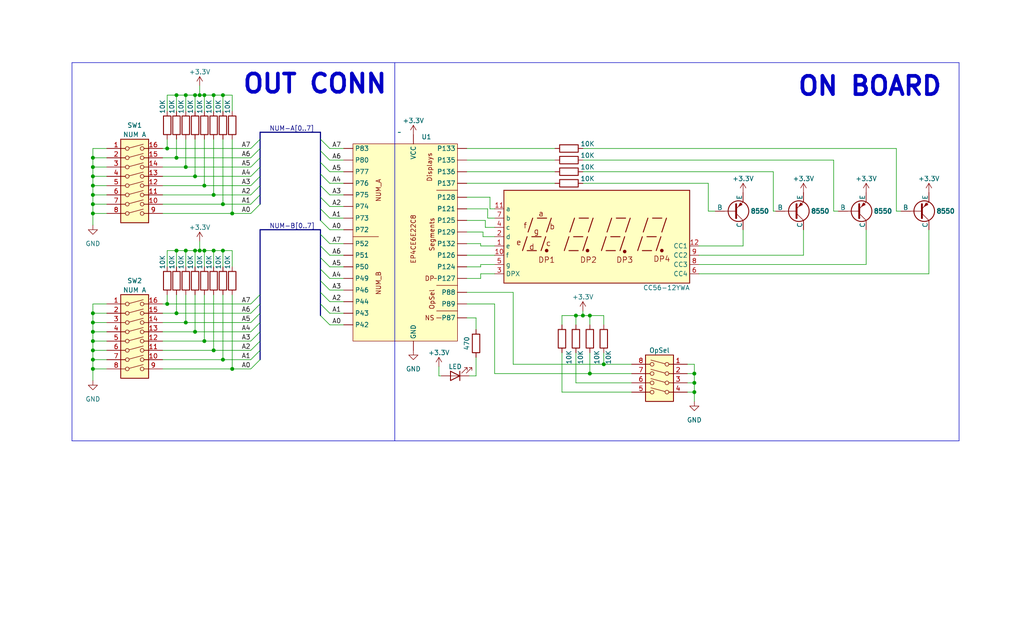
<source format=kicad_sch>
(kicad_sch (version 20230121) (generator eeschema)
  (paper "User" 280.01 170.002)
  (title_block (title "Connection PR2") (date "2023-10-14") (rev "A1") (company "ITM") (comment 1 "Pedro Rojo") (comment 2 "Andrea Hernández"))
  (lib_symbols
    (symbol "Device:LED" (pin_numbers hide) (pin_names (offset 1.016) hide)
      (property "Reference" "D" (at 0 2.54 0))
      (property "Value" "LED" (at 0 -2.54 0))
      (symbol "LED_0_1"
        (polyline (pts (xy -1.27 -1.27) (xy -1.27 1.27)) (stroke (width 0.254)))
        (polyline (pts (xy -1.27 0) (xy 1.27 0)))
        (polyline (pts (xy 1.27 -1.27) (xy 1.27 1.27) (xy -1.27 0) (xy 1.27 -1.27)) (stroke (width 0.254)))
        (polyline (pts (xy -3.048 -0.762) (xy -4.572 -2.286) (xy -3.81 -2.286) (xy -4.572 -2.286) (xy -4.572 -1.524)))
        (polyline (pts (xy -1.778 -0.762) (xy -3.302 -2.286) (xy -2.54 -2.286) (xy -3.302 -2.286) (xy -3.302 -1.524)))
      )
      (symbol "LED_1_1"
        (pin passive line (at -3.81 0 0) (length 2.54) (name "K") (number "1"))
        (pin passive line (at 3.81 0 180) (length 2.54) (name "A") (number "2"))
      )
    )
    (symbol "Device:R" (pin_numbers hide) (pin_names (offset 0))
      (property "Reference" "R" (at 2.032 0 90))
      (property "Value" "R" (at 0 0 90))
      (symbol "R_0_1"
        (rectangle (start -1.016 -2.54) (end 1.016 2.54) (stroke (width 0.254)))
      )
      (symbol "R_1_1"
        (pin passive line (at 0 3.81 270) (length 1.27) (name "~") (number "1"))
        (pin passive line (at 0 -3.81 90) (length 1.27) (name "~") (number "2"))
      )
    )
    (symbol "Display_Character:CC56-12YWA"
      (property "Reference" "U" (at -24.13 13.97 0))
      (property "Value" "CC56-12YWA" (at 17.78 13.97 0))
      (symbol "CC56-12YWA_0_0"
        (rectangle (start -25.4 12.7) (end 25.4 -12.7) (stroke (width 0.254)) (fill (type background)))
        (polyline (pts (xy -20.32 -3.81) (xy -19.05 0)) (stroke (width 0.254)))
        (polyline (pts (xy -19.05 -3.81) (xy -16.51 -3.81)) (stroke (width 0.254)))
        (polyline (pts (xy -18.796 1.27) (xy -17.526 5.08)) (stroke (width 0.254)))
        (polyline (pts (xy -17.78 0) (xy -15.24 0)) (stroke (width 0.254)))
        (polyline (pts (xy -16.256 5.08) (xy -13.716 5.08)) (stroke (width 0.254)))
        (polyline (pts (xy -15.24 -3.81) (xy -13.97 0)) (stroke (width 0.254)))
        (polyline (pts (xy -13.716 1.27) (xy -12.446 5.08)) (stroke (width 0.254)))
        (polyline (pts (xy -8.89 -3.81) (xy -7.62 0)) (stroke (width 0.254)))
        (polyline (pts (xy -7.62 -3.81) (xy -5.08 -3.81)) (stroke (width 0.254)))
        (polyline (pts (xy -7.366 1.27) (xy -6.096 5.08)) (stroke (width 0.254)))
        (polyline (pts (xy -6.35 0) (xy -3.81 0)) (stroke (width 0.254)))
        (polyline (pts (xy -4.826 5.08) (xy -2.286 5.08)) (stroke (width 0.254)))
        (polyline (pts (xy -3.81 -3.81) (xy -2.54 0)) (stroke (width 0.254)))
        (polyline (pts (xy -2.286 1.27) (xy -1.016 5.08)) (stroke (width 0.254)))
        (polyline (pts (xy 1.27 -3.81) (xy 2.54 0)) (stroke (width 0.254)))
        (polyline (pts (xy 2.54 -3.81) (xy 5.08 -3.81)) (stroke (width 0.254)))
        (polyline (pts (xy 2.794 1.27) (xy 4.064 5.08)) (stroke (width 0.254)))
        (polyline (pts (xy 3.81 0) (xy 6.35 0)) (stroke (width 0.254)))
        (polyline (pts (xy 5.334 5.08) (xy 7.874 5.08)) (stroke (width 0.254)))
        (polyline (pts (xy 6.35 -3.81) (xy 7.62 0)) (stroke (width 0.254)))
        (polyline (pts (xy 7.874 1.27) (xy 9.144 5.08)) (stroke (width 0.254)))
        (polyline (pts (xy 11.176 -3.81) (xy 12.446 0)) (stroke (width 0.254)))
        (polyline (pts (xy 12.446 -3.81) (xy 14.986 -3.81)) (stroke (width 0.254)))
        (polyline (pts (xy 12.7 1.27) (xy 13.97 5.08)) (stroke (width 0.254)))
        (polyline (pts (xy 13.716 0) (xy 16.256 0)) (stroke (width 0.254)))
        (polyline (pts (xy 15.24 5.08) (xy 17.78 5.08)) (stroke (width 0.254)))
        (polyline (pts (xy 16.256 -3.81) (xy 17.526 0)) (stroke (width 0.254)))
        (polyline (pts (xy 17.78 1.27) (xy 19.05 5.08)) (stroke (width 0.254)))
        (text "a" (at -15.24 6.35 0) (effects (font (size 1.524 1.524))))
        (text "b" (at -12.192 2.794 0) (effects (font (size 1.524 1.524))))
        (text "c" (at -13.208 -1.778 0) (effects (font (size 1.524 1.524))))
        (text "d" (at -17.78 -2.794 0) (effects (font (size 1.524 1.524))))
        (text "DP1" (at -13.716 -6.35 0) (effects (font (size 1.524 1.524))))
        (text "DP2" (at -2.286 -6.35 0) (effects (font (size 1.524 1.524))))
        (text "DP3" (at 7.62 -6.35 0) (effects (font (size 1.524 1.524))))
        (text "DP4" (at 17.78 -6.096 0) (effects (font (size 1.524 1.524))))
        (text "e" (at -21.336 -1.524 0) (effects (font (size 1.524 1.524))))
        (text "f" (at -19.558 3.048 0) (effects (font (size 1.524 1.524))))
        (text "g" (at -16.51 1.524 0) (effects (font (size 1.524 1.524))))
      )
      (symbol "CC56-12YWA_0_1"
        (circle (center -13.716 -3.81) (radius 0.3556) (stroke (width 0.254)) (fill (type outline)))
        (circle (center -2.54 -3.81) (radius 0.3556) (stroke (width 0.254)) (fill (type outline)))
      )
      (symbol "CC56-12YWA_1_0"
        (circle (center 7.62 -4.064) (radius 0.3556) (stroke (width 0.254)) (fill (type outline)))
        (circle (center 17.78 -3.81) (radius 0.3556) (stroke (width 0.254)) (fill (type outline)))
      )
      (symbol "CC56-12YWA_1_1"
        (pin input line (at -27.94 -2.54 0) (length 2.54) (name "e") (number "1"))
        (pin input line (at -27.94 -5.08 0) (length 2.54) (name "f") (number "10"))
        (pin input line (at -27.94 7.62 0) (length 2.54) (name "a") (number "11"))
        (pin input line (at 27.94 -2.54 180) (length 2.54) (name "CC1") (number "12"))
        (pin input line (at -27.94 0 0) (length 2.54) (name "d") (number "2"))
        (pin input line (at -27.94 -10.16 0) (length 2.54) (name "DPX") (number "3"))
        (pin input line (at -27.94 2.54 0) (length 2.54) (name "c") (number "4"))
        (pin input line (at -27.94 -7.62 0) (length 2.54) (name "g") (number "5"))
        (pin input line (at 27.94 -10.16 180) (length 2.54) (name "CC4") (number "6"))
        (pin input line (at -27.94 5.08 0) (length 2.54) (name "b") (number "7"))
        (pin input line (at 27.94 -7.62 180) (length 2.54) (name "CC3") (number "8"))
        (pin input line (at 27.94 -5.08 180) (length 2.54) (name "CC2") (number "9"))
      )
    )
    (symbol "HardwareProc:Cyclone_IV"
      (property "Reference" "U" (at 13.97 -1.27 0))
      (symbol "Cyclone_IV_1_1"
        (rectangle (start -12.7 -2.54) (end 15.875 -56.515) (fill (type background)))
        (polyline (pts (xy -12.7 -27.94) (xy -5.715 -27.94)))
        (polyline (pts (xy 10.16 -39.37) (xy 9.525 -39.37)))
        (polyline (pts (xy 10.16 -15.24) (xy 15.875 -15.24)))
        (polyline (pts (xy 11.43 -50.165) (xy 10.16 -50.165)))
        (polyline (pts (xy 15.875 -48.26) (xy 10.16 -48.26)))
        (polyline (pts (xy 15.875 -41.275) (xy 10.16 -41.275)))
        (text "Displays" (at 8.255 -8.89 900) (effects (font (size 1.27 1.27))))
        (text "DP" (at 8.255 -39.37 0) (effects (font (size 1.27 1.27))))
        (text "EP4CE6E22C8" (at 3.81 -28.575 900) (effects (font (size 1.27 1.27))))
        (text "NS" (at 8.255 -50.165 0) (effects (font (size 1.27 1.27))))
        (text "NUM_A" (at -5.715 -15.24 900) (effects (font (size 1.27 1.27))))
        (text "NUM_B" (at -5.715 -40.64 900) (effects (font (size 1.27 1.27))))
        (text "OpSel" (at 8.89 -45.085 900) (effects (font (size 1.27 1.27))))
        (text "Segments" (at 8.89 -27.305 900) (effects (font (size 1.27 1.27))))
        (pin input line (at 3.81 -59.055 90) (length 2.54) (name "GND") (number ""))
        (pin input line (at 18.415 -20.32 180) (length 2.54) (name "P121") (number ""))
        (pin input line (at 18.415 -36.195 180) (length 2.54) (name "P124") (number ""))
        (pin input line (at 18.415 -23.495 180) (length 2.54) (name "P125") (number ""))
        (pin input line (at 18.415 -33.02 180) (length 2.54) (name "P126") (number ""))
        (pin input line (at 18.415 -39.37 180) (length 2.54) (name "P127") (number ""))
        (pin input line (at 18.415 -17.145 180) (length 2.54) (name "P128") (number ""))
        (pin input line (at 18.415 -26.67 180) (length 2.54) (name "P129") (number ""))
        (pin input line (at 18.415 -29.845 180) (length 2.54) (name "P132") (number ""))
        (pin input line (at 18.415 -3.81 180) (length 2.54) (name "P133") (number ""))
        (pin input line (at 18.415 -6.985 180) (length 2.54) (name "P135") (number ""))
        (pin input line (at 18.415 -10.16 180) (length 2.54) (name "P136") (number ""))
        (pin input line (at 18.415 -13.335 180) (length 2.54) (name "P137") (number ""))
        (pin input line (at -15.24 -52.07 0) (length 2.54) (name "P42") (number ""))
        (pin input line (at -15.24 -48.895 0) (length 2.54) (name "P43") (number ""))
        (pin input line (at -15.24 -45.72 0) (length 2.54) (name "P44") (number ""))
        (pin input line (at -15.24 -42.545 0) (length 2.54) (name "P46") (number ""))
        (pin input line (at -15.24 -39.37 0) (length 2.54) (name "P49") (number ""))
        (pin input line (at -15.24 -36.195 0) (length 2.54) (name "P50") (number ""))
        (pin input line (at -15.24 -33.02 0) (length 2.54) (name "P51") (number ""))
        (pin input line (at -15.24 -29.845 0) (length 2.54) (name "P52") (number ""))
        (pin input line (at -15.24 -26.035 0) (length 2.54) (name "P72") (number ""))
        (pin input line (at -15.24 -22.86 0) (length 2.54) (name "P73") (number ""))
        (pin input line (at -15.24 -19.685 0) (length 2.54) (name "P74") (number ""))
        (pin input line (at -15.24 -16.51 0) (length 2.54) (name "P75") (number ""))
        (pin input line (at -15.24 -13.335 0) (length 2.54) (name "P76") (number ""))
        (pin input line (at -15.24 -10.16 0) (length 2.54) (name "P77") (number ""))
        (pin input line (at -15.24 -6.985 0) (length 2.54) (name "P80") (number ""))
        (pin input line (at -15.24 -3.81 0) (length 2.54) (name "P83") (number ""))
        (pin input line (at 18.415 -50.165 180) (length 2.54) (name "P87") (number ""))
        (pin input line (at 18.415 -43.18 180) (length 2.54) (name "P88") (number ""))
        (pin input line (at 18.415 -46.355 180) (length 2.54) (name "P89") (number ""))
        (pin input line (at 3.81 0 270) (length 2.54) (name "VCC") (number ""))
      )
    )
    (symbol "Simulation_SPICE:PNP" (pin_numbers hide) (pin_names (offset 0))
      (property "Reference" "Q" (at -2.54 7.62 0))
      (property "Value" "PNP" (at -2.54 5.08 0))
      (symbol "PNP_0_1"
        (polyline (pts (xy -2.54 0) (xy 0.635 0)) (stroke (width 0.1524)))
        (polyline (pts (xy 0.635 0.635) (xy 2.54 2.54)))
        (polyline (pts (xy 0.635 -0.635) (xy 2.54 -2.54) (xy 2.54 -2.54)))
        (polyline (pts (xy 0.635 1.905) (xy 0.635 -1.905) (xy 0.635 -1.905)) (stroke (width 0.508)))
        (polyline (pts (xy 2.286 -1.778) (xy 1.778 -2.286) (xy 1.27 -1.27) (xy 2.286 -1.778) (xy 2.286 -1.778)) (fill (type outline)))
        (circle (center 1.27 0) (radius 2.8194) (stroke (width 0.254)))
      )
      (symbol "PNP_1_1"
        (pin open_collector line (at 2.54 5.08 270) (length 2.54) (name "C") (number "1"))
        (pin input line (at -5.08 0 0) (length 2.54) (name "B") (number "2"))
        (pin open_emitter line (at 2.54 -5.08 90) (length 2.54) (name "E") (number "3"))
      )
    )
    (symbol "Switch:SW_DIP_x04" (pin_names (offset 0) hide)
      (property "Reference" "SW" (at 0 8.89 0))
      (property "Value" "SW_DIP_x04" (at 0 -6.35 0))
      (symbol "SW_DIP_x04_0_0"
        (circle (center -2.032 -2.54) (radius 0.508))
        (circle (center -2.032 0) (radius 0.508))
        (circle (center -2.032 2.54) (radius 0.508))
        (circle (center -2.032 5.08) (radius 0.508))
        (polyline (pts (xy -1.524 -2.3876) (xy 2.3622 -1.3462)))
        (polyline (pts (xy -1.524 0.127) (xy 2.3622 1.1684)))
        (polyline (pts (xy -1.524 2.667) (xy 2.3622 3.7084)))
        (polyline (pts (xy -1.524 5.207) (xy 2.3622 6.2484)))
        (circle (center 2.032 -2.54) (radius 0.508))
        (circle (center 2.032 0) (radius 0.508))
        (circle (center 2.032 2.54) (radius 0.508))
        (circle (center 2.032 5.08) (radius 0.508))
      )
      (symbol "SW_DIP_x04_0_1"
        (rectangle (start -3.81 7.62) (end 3.81 -5.08) (stroke (width 0.254)) (fill (type background)))
      )
      (symbol "SW_DIP_x04_1_1"
        (pin passive line (at -7.62 5.08 0) (length 5.08) (name "~") (number "1"))
        (pin passive line (at -7.62 2.54 0) (length 5.08) (name "~") (number "2"))
        (pin passive line (at -7.62 0 0) (length 5.08) (name "~") (number "3"))
        (pin passive line (at -7.62 -2.54 0) (length 5.08) (name "~") (number "4"))
        (pin passive line (at 7.62 -2.54 180) (length 5.08) (name "~") (number "5"))
        (pin passive line (at 7.62 0 180) (length 5.08) (name "~") (number "6"))
        (pin passive line (at 7.62 2.54 180) (length 5.08) (name "~") (number "7"))
        (pin passive line (at 7.62 5.08 180) (length 5.08) (name "~") (number "8"))
      )
    )
    (symbol "Switch:SW_DIP_x08" (pin_names (offset 0) hide)
      (property "Reference" "SW" (at 0 13.97 0))
      (property "Value" "SW_DIP_x08" (at 0 -11.43 0))
      (symbol "SW_DIP_x08_0_0"
        (circle (center -2.032 -7.62) (radius 0.508))
        (circle (center -2.032 -5.08) (radius 0.508))
        (circle (center -2.032 -2.54) (radius 0.508))
        (circle (center -2.032 0) (radius 0.508))
        (circle (center -2.032 2.54) (radius 0.508))
        (circle (center -2.032 5.08) (radius 0.508))
        (circle (center -2.032 7.62) (radius 0.508))
        (circle (center -2.032 10.16) (radius 0.508))
        (polyline (pts (xy -1.524 -7.4676) (xy 2.3622 -6.4262)))
        (polyline (pts (xy -1.524 -4.9276) (xy 2.3622 -3.8862)))
        (polyline (pts (xy -1.524 -2.3876) (xy 2.3622 -1.3462)))
        (polyline (pts (xy -1.524 0.127) (xy 2.3622 1.1684)))
        (polyline (pts (xy -1.524 2.667) (xy 2.3622 3.7084)))
        (polyline (pts (xy -1.524 5.207) (xy 2.3622 6.2484)))
        (polyline (pts (xy -1.524 7.747) (xy 2.3622 8.7884)))
        (polyline (pts (xy -1.524 10.287) (xy 2.3622 11.3284)))
        (circle (center 2.032 -7.62) (radius 0.508))
        (circle (center 2.032 -5.08) (radius 0.508))
        (circle (center 2.032 -2.54) (radius 0.508))
        (circle (center 2.032 0) (radius 0.508))
        (circle (center 2.032 2.54) (radius 0.508))
        (circle (center 2.032 5.08) (radius 0.508))
        (circle (center 2.032 7.62) (radius 0.508))
        (circle (center 2.032 10.16) (radius 0.508))
      )
      (symbol "SW_DIP_x08_0_1"
        (rectangle (start -3.81 12.7) (end 3.81 -10.16) (stroke (width 0.254)) (fill (type background)))
      )
      (symbol "SW_DIP_x08_1_1"
        (pin passive line (at -7.62 10.16 0) (length 5.08) (name "~") (number "1"))
        (pin passive line (at 7.62 -5.08 180) (length 5.08) (name "~") (number "10"))
        (pin passive line (at 7.62 -2.54 180) (length 5.08) (name "~") (number "11"))
        (pin passive line (at 7.62 0 180) (length 5.08) (name "~") (number "12"))
        (pin passive line (at 7.62 2.54 180) (length 5.08) (name "~") (number "13"))
        (pin passive line (at 7.62 5.08 180) (length 5.08) (name "~") (number "14"))
        (pin passive line (at 7.62 7.62 180) (length 5.08) (name "~") (number "15"))
        (pin passive line (at 7.62 10.16 180) (length 5.08) (name "~") (number "16"))
        (pin passive line (at -7.62 7.62 0) (length 5.08) (name "~") (number "2"))
        (pin passive line (at -7.62 5.08 0) (length 5.08) (name "~") (number "3"))
        (pin passive line (at -7.62 2.54 0) (length 5.08) (name "~") (number "4"))
        (pin passive line (at -7.62 0 0) (length 5.08) (name "~") (number "5"))
        (pin passive line (at -7.62 -2.54 0) (length 5.08) (name "~") (number "6"))
        (pin passive line (at -7.62 -5.08 0) (length 5.08) (name "~") (number "7"))
        (pin passive line (at -7.62 -7.62 0) (length 5.08) (name "~") (number "8"))
        (pin passive line (at 7.62 -7.62 180) (length 5.08) (name "~") (number "9"))
      )
    )
    (symbol "power:+3.3V" (power) (pin_names (offset 0))
      (property "Value" "+3.3V" (at 0 3.556 0))
      (symbol "+3.3V_0_1"
        (polyline (pts (xy -0.762 1.27) (xy 0 2.54)))
        (polyline (pts (xy 0 0) (xy 0 2.54)))
        (polyline (pts (xy 0 2.54) (xy 0.762 1.27)))
      )
      (symbol "+3.3V_1_1"
        (pin power_in line (at 0 0 90) (length 0) hide (name "+3.3V") (number "1"))
      )
    )
    (symbol "power:GND" (power) (pin_names (offset 0))
      (property "Value" "GND" (at 0 -3.81 0))
      (symbol "GND_0_1"
        (polyline (pts (xy 0 0) (xy 0 -1.27) (xy 1.27 -1.27) (xy 0 -2.54) (xy -1.27 -1.27) (xy 0 -1.27)))
      )
      (symbol "GND_1_1"
        (pin power_in line (at 0 0 270) (length 0) hide (name "GND") (number "1"))
      )
    )
  )
  (junction (at 25.4 45.72))
  (junction (at 25.4 93.345))
  (junction (at 63.5 100.965))
  (junction (at 63.5 58.42))
  (junction (at 25.4 55.88))
  (junction (at 58.42 26.035))
  (junction (at 25.4 85.725))
  (junction (at 25.4 100.965))
  (junction (at 48.26 68.58))
  (junction (at 48.26 43.18))
  (junction (at 25.4 48.26))
  (junction (at 50.8 26.035))
  (junction (at 189.865 102.235))
  (junction (at 53.34 26.035))
  (junction (at 165.1 99.695))
  (junction (at 53.34 68.58))
  (junction (at 54.61 26.035))
  (junction (at 50.8 88.265))
  (junction (at 60.96 55.88))
  (junction (at 48.26 26.035))
  (junction (at 25.4 50.8))
  (junction (at 25.4 58.42))
  (junction (at 25.4 43.18))
  (junction (at 54.61 68.58))
  (junction (at 25.4 53.34))
  (junction (at 161.29 102.235))
  (junction (at 55.88 26.035))
  (junction (at 58.42 68.58))
  (junction (at 53.34 90.805))
  (junction (at 53.34 48.26))
  (junction (at 60.96 68.58))
  (junction (at 55.88 68.58))
  (junction (at 25.4 98.425))
  (junction (at 25.4 88.265))
  (junction (at 25.4 95.885))
  (junction (at 45.72 83.185))
  (junction (at 50.8 45.72))
  (junction (at 189.865 104.775))
  (junction (at 48.26 85.725))
  (junction (at 60.96 26.035))
  (junction (at 60.96 98.425))
  (junction (at 189.865 107.315))
  (junction (at 157.48 86.36))
  (junction (at 55.88 93.345))
  (junction (at 45.72 40.64))
  (junction (at 161.29 86.36))
  (junction (at 25.4 90.805))
  (junction (at 58.42 95.885))
  (junction (at 159.385 86.36))
  (junction (at 50.8 68.58))
  (junction (at 58.42 53.34))
  (junction (at 55.88 50.8))
  (bus_entry (at 68.58 100.965) (size 2.54 -2.54))
  (bus_entry (at 68.58 90.805) (size 2.54 -2.54))
  (bus_entry (at 87.63 44.45) (size 2.54 2.54))
  (bus_entry (at 87.63 38.1) (size 2.54 2.54))
  (bus_entry (at 68.58 88.265) (size 2.54 -2.54))
  (bus_entry (at 87.63 47.625) (size 2.54 2.54))
  (bus_entry (at 87.63 70.485) (size 2.54 2.54))
  (bus_entry (at 68.58 83.185) (size 2.54 -2.54))
  (bus_entry (at 87.63 76.835) (size 2.54 2.54))
  (bus_entry (at 68.58 58.42) (size 2.54 -2.54))
  (bus_entry (at 68.58 53.34) (size 2.54 -2.54))
  (bus_entry (at 87.63 83.185) (size 2.54 2.54))
  (bus_entry (at 87.63 57.15) (size 2.54 2.54))
  (bus_entry (at 87.63 67.31) (size 2.54 2.54))
  (bus_entry (at 68.58 40.64) (size 2.54 -2.54))
  (bus_entry (at 87.63 86.36) (size 2.54 2.54))
  (bus_entry (at 87.63 64.135) (size 2.54 2.54))
  (bus_entry (at 68.58 55.88) (size 2.54 -2.54))
  (bus_entry (at 68.58 45.72) (size 2.54 -2.54))
  (bus_entry (at 68.58 85.725) (size 2.54 -2.54))
  (bus_entry (at 68.58 98.425) (size 2.54 -2.54))
  (bus_entry (at 68.58 93.345) (size 2.54 -2.54))
  (bus_entry (at 87.63 80.01) (size 2.54 2.54))
  (bus_entry (at 87.63 60.325) (size 2.54 2.54))
  (bus_entry (at 87.63 53.975) (size 2.54 2.54))
  (bus_entry (at 68.58 50.8) (size 2.54 -2.54))
  (bus_entry (at 68.58 48.26) (size 2.54 -2.54))
  (bus_entry (at 87.63 73.66) (size 2.54 2.54))
  (bus_entry (at 68.58 43.18) (size 2.54 -2.54))
  (bus_entry (at 68.58 95.885) (size 2.54 -2.54))
  (bus_entry (at 87.63 41.275) (size 2.54 2.54))
  (bus_entry (at 87.63 50.8) (size 2.54 2.54))
  (wire (pts (xy 25.4 88.265) (xy 29.21 88.265)))
  (wire (pts (xy 50.8 68.58) (xy 50.8 73.025)))
  (wire (pts (xy 44.45 58.42) (xy 63.5 58.42)))
  (wire (pts (xy 25.4 100.965) (xy 25.4 104.14)))
  (bus (pts (xy 87.63 47.625) (xy 87.63 44.45)))
  (wire (pts (xy 50.8 45.72) (xy 68.58 45.72)))
  (wire (pts (xy 187.96 102.235) (xy 189.865 102.235)))
  (wire (pts (xy 54.61 68.58) (xy 54.61 66.04)))
  (wire (pts (xy 159.385 86.36) (xy 159.385 85.09)))
  (wire (pts (xy 45.72 68.58) (xy 48.26 68.58)))
  (wire (pts (xy 133.985 57.15) (xy 133.985 53.975)))
  (wire (pts (xy 90.17 59.69) (xy 93.98 59.69)))
  (bus (pts (xy 87.63 70.485) (xy 87.63 67.31)))
  (wire (pts (xy 25.4 43.18) (xy 25.4 45.72)))
  (wire (pts (xy 159.385 46.99) (xy 211.455 46.99)))
  (bus (pts (xy 71.12 62.865) (xy 87.63 62.865)))
  (wire (pts (xy 191.135 69.85) (xy 219.71 69.85)))
  (bus (pts (xy 71.12 88.265) (xy 71.12 90.805)))
  (wire (pts (xy 236.855 72.39) (xy 191.135 72.39)))
  (wire (pts (xy 127.635 46.99) (xy 151.765 46.99)))
  (wire (pts (xy 254 74.93) (xy 191.135 74.93)))
  (wire (pts (xy 44.45 100.965) (xy 63.5 100.965)))
  (wire (pts (xy 29.21 83.185) (xy 25.4 83.185)))
  (wire (pts (xy 50.8 26.035) (xy 53.34 26.035)))
  (wire (pts (xy 25.4 93.345) (xy 25.4 95.885)))
  (wire (pts (xy 25.4 95.885) (xy 25.4 98.425)))
  (wire (pts (xy 60.96 68.58) (xy 60.96 73.025)))
  (wire (pts (xy 50.8 26.035) (xy 50.8 30.48)))
  (bus (pts (xy 71.12 93.345) (xy 71.12 95.885)))
  (wire (pts (xy 44.45 45.72) (xy 50.8 45.72)))
  (wire (pts (xy 60.96 26.035) (xy 60.96 30.48)))
  (wire (pts (xy 63.5 100.965) (xy 63.5 80.645)))
  (wire (pts (xy 140.335 80.01) (xy 127.635 80.01)))
  (wire (pts (xy 53.34 30.48) (xy 53.34 26.035)))
  (wire (pts (xy 48.26 26.035) (xy 50.8 26.035)))
  (wire (pts (xy 48.26 38.1) (xy 48.26 43.18)))
  (bus (pts (xy 87.63 41.275) (xy 87.63 38.1)))
  (bus (pts (xy 87.63 83.185) (xy 87.63 80.01)))
  (wire (pts (xy 44.45 85.725) (xy 48.26 85.725)))
  (wire (pts (xy 90.17 46.99) (xy 93.98 46.99)))
  (wire (pts (xy 63.5 68.58) (xy 60.96 68.58)))
  (wire (pts (xy 50.8 88.265) (xy 68.58 88.265)))
  (wire (pts (xy 157.48 86.36) (xy 157.48 88.9)))
  (bus (pts (xy 71.12 62.865) (xy 71.12 80.645)))
  (polyline (pts (xy 19.685 17.145) (xy 19.685 120.65)))
  (wire (pts (xy 25.4 93.345) (xy 29.21 93.345)))
  (wire (pts (xy 29.21 53.34) (xy 25.4 53.34)))
  (wire (pts (xy 193.675 57.785) (xy 195.58 57.785)))
  (wire (pts (xy 44.45 88.265) (xy 50.8 88.265)))
  (wire (pts (xy 44.45 50.8) (xy 55.88 50.8)))
  (wire (pts (xy 44.45 53.34) (xy 58.42 53.34)))
  (wire (pts (xy 29.21 40.64) (xy 25.4 40.64)))
  (wire (pts (xy 44.45 93.345) (xy 55.88 93.345)))
  (wire (pts (xy 25.4 50.8) (xy 25.4 53.34)))
  (wire (pts (xy 50.8 45.72) (xy 50.8 38.1)))
  (wire (pts (xy 53.34 38.1) (xy 53.34 48.26)))
  (wire (pts (xy 132.715 60.325) (xy 127.635 60.325)))
  (wire (pts (xy 90.17 79.375) (xy 93.98 79.375)))
  (wire (pts (xy 165.1 88.9) (xy 165.1 86.36)))
  (bus (pts (xy 87.63 76.835) (xy 87.63 73.66)))
  (bus (pts (xy 71.12 50.8) (xy 71.12 48.26)))
  (wire (pts (xy 135.255 74.93) (xy 131.445 74.93)))
  (wire (pts (xy 157.48 104.775) (xy 157.48 96.52)))
  (wire (pts (xy 130.175 86.995) (xy 130.175 90.17)))
  (bus (pts (xy 87.63 36.195) (xy 87.63 38.1)))
  (wire (pts (xy 44.45 40.64) (xy 45.72 40.64)))
  (bus (pts (xy 87.63 60.325) (xy 87.63 57.15)))
  (wire (pts (xy 68.58 43.18) (xy 48.26 43.18)))
  (wire (pts (xy 189.865 107.315) (xy 189.865 109.855)))
  (wire (pts (xy 90.17 62.865) (xy 93.98 62.865)))
  (wire (pts (xy 165.1 86.36) (xy 161.29 86.36)))
  (wire (pts (xy 60.96 98.425) (xy 68.58 98.425)))
  (wire (pts (xy 58.42 26.035) (xy 55.88 26.035)))
  (wire (pts (xy 161.29 102.235) (xy 161.29 96.52)))
  (wire (pts (xy 236.855 62.865) (xy 236.855 72.39)))
  (wire (pts (xy 58.42 53.34) (xy 68.58 53.34)))
  (wire (pts (xy 58.42 95.885) (xy 68.58 95.885)))
  (wire (pts (xy 165.1 99.695) (xy 165.1 96.52)))
  (bus (pts (xy 71.12 53.34) (xy 71.12 50.8)))
  (wire (pts (xy 63.5 100.965) (xy 68.58 100.965)))
  (wire (pts (xy 187.96 99.695) (xy 189.865 99.695)))
  (wire (pts (xy 25.4 40.64) (xy 25.4 43.18)))
  (wire (pts (xy 211.455 46.99) (xy 211.455 57.785)))
  (wire (pts (xy 203.2 62.865) (xy 203.2 67.31)))
  (wire (pts (xy 44.45 43.18) (xy 48.26 43.18)))
  (bus (pts (xy 87.63 86.36) (xy 87.63 83.185)))
  (wire (pts (xy 25.4 98.425) (xy 29.21 98.425)))
  (wire (pts (xy 133.35 59.69) (xy 133.35 57.15)))
  (wire (pts (xy 45.72 83.185) (xy 45.72 80.645)))
  (bus (pts (xy 71.12 95.885) (xy 71.12 98.425)))
  (wire (pts (xy 90.17 50.165) (xy 93.98 50.165)))
  (wire (pts (xy 48.26 80.645) (xy 48.26 85.725)))
  (wire (pts (xy 90.17 53.34) (xy 93.98 53.34)))
  (wire (pts (xy 25.4 55.88) (xy 29.21 55.88)))
  (wire (pts (xy 245.11 40.64) (xy 245.11 57.785)))
  (wire (pts (xy 25.4 90.805) (xy 25.4 93.345)))
  (bus (pts (xy 71.12 40.64) (xy 71.12 38.1)))
  (wire (pts (xy 187.96 107.315) (xy 189.865 107.315)))
  (wire (pts (xy 189.865 102.235) (xy 189.865 104.775)))
  (wire (pts (xy 25.4 58.42) (xy 25.4 61.595)))
  (wire (pts (xy 45.72 40.64) (xy 68.58 40.64)))
  (bus (pts (xy 71.12 43.18) (xy 71.12 40.64)))
  (bus (pts (xy 87.63 62.865) (xy 87.63 64.135)))
  (wire (pts (xy 227.965 57.785) (xy 229.235 57.785)))
  (wire (pts (xy 50.8 68.58) (xy 53.34 68.58)))
  (wire (pts (xy 187.96 104.775) (xy 189.865 104.775)))
  (wire (pts (xy 58.42 95.885) (xy 58.42 80.645)))
  (wire (pts (xy 25.4 43.18) (xy 29.21 43.18)))
  (wire (pts (xy 90.17 73.025) (xy 93.98 73.025)))
  (wire (pts (xy 60.96 98.425) (xy 60.96 80.645)))
  (wire (pts (xy 25.4 98.425) (xy 25.4 100.965)))
  (polyline (pts (xy 262.255 120.65) (xy 262.255 17.145)))
  (wire (pts (xy 25.4 85.725) (xy 25.4 88.265)))
  (wire (pts (xy 60.96 55.88) (xy 60.96 38.1)))
  (wire (pts (xy 68.58 48.26) (xy 53.34 48.26)))
  (wire (pts (xy 133.35 57.15) (xy 127.635 57.15)))
  (wire (pts (xy 25.4 53.34) (xy 25.4 55.88)))
  (wire (pts (xy 63.5 58.42) (xy 68.58 58.42)))
  (polyline (pts (xy 107.95 17.145) (xy 107.95 120.65)))
  (wire (pts (xy 55.88 50.8) (xy 68.58 50.8)))
  (bus (pts (xy 71.12 85.725) (xy 71.12 88.265)))
  (wire (pts (xy 132.715 62.23) (xy 132.715 60.325)))
  (wire (pts (xy 159.385 43.815) (xy 227.965 43.815)))
  (wire (pts (xy 90.17 82.55) (xy 93.98 82.55)))
  (wire (pts (xy 63.5 30.48) (xy 63.5 26.035)))
  (wire (pts (xy 161.29 86.36) (xy 159.385 86.36)))
  (bus (pts (xy 71.12 90.805) (xy 71.12 93.345)))
  (bus (pts (xy 71.12 38.1) (xy 71.12 36.195)))
  (bus (pts (xy 71.12 83.185) (xy 71.12 85.725)))
  (bus (pts (xy 71.12 55.88) (xy 71.12 53.34)))
  (wire (pts (xy 135.255 83.185) (xy 127.635 83.185)))
  (wire (pts (xy 135.255 67.31) (xy 131.445 67.31)))
  (polyline (pts (xy 107.95 120.65) (xy 262.255 120.65)))
  (wire (pts (xy 189.865 99.695) (xy 189.865 102.235)))
  (wire (pts (xy 90.17 85.725) (xy 93.98 85.725)))
  (wire (pts (xy 254 62.865) (xy 254 74.93)))
  (wire (pts (xy 157.48 86.36) (xy 159.385 86.36)))
  (wire (pts (xy 25.4 100.965) (xy 29.21 100.965)))
  (wire (pts (xy 131.445 66.675) (xy 127.635 66.675)))
  (wire (pts (xy 90.17 40.64) (xy 93.98 40.64)))
  (wire (pts (xy 48.26 30.48) (xy 48.26 26.035)))
  (wire (pts (xy 211.455 57.785) (xy 212.09 57.785)))
  (wire (pts (xy 90.17 43.815) (xy 93.98 43.815)))
  (wire (pts (xy 135.255 64.77) (xy 132.08 64.77)))
  (wire (pts (xy 44.45 83.185) (xy 45.72 83.185)))
  (wire (pts (xy 48.26 68.58) (xy 50.8 68.58)))
  (wire (pts (xy 68.58 85.725) (xy 48.26 85.725)))
  (wire (pts (xy 55.88 68.58) (xy 55.88 73.025)))
  (wire (pts (xy 140.335 99.695) (xy 140.335 80.01)))
  (bus (pts (xy 87.63 67.31) (xy 87.63 64.135)))
  (wire (pts (xy 135.255 57.15) (xy 133.985 57.15)))
  (wire (pts (xy 127.635 50.165) (xy 151.765 50.165)))
  (wire (pts (xy 130.175 102.87) (xy 128.27 102.87)))
  (wire (pts (xy 172.72 107.315) (xy 153.67 107.315)))
  (wire (pts (xy 131.445 73.025) (xy 127.635 73.025)))
  (wire (pts (xy 133.35 59.69) (xy 135.255 59.69)))
  (wire (pts (xy 203.2 67.31) (xy 191.135 67.31)))
  (wire (pts (xy 25.4 88.265) (xy 25.4 90.805)))
  (wire (pts (xy 135.255 102.235) (xy 135.255 83.185)))
  (wire (pts (xy 45.72 40.64) (xy 45.72 38.1)))
  (wire (pts (xy 63.5 58.42) (xy 63.5 38.1)))
  (wire (pts (xy 58.42 26.035) (xy 58.42 30.48)))
  (wire (pts (xy 133.985 53.975) (xy 127.635 53.975)))
  (wire (pts (xy 55.88 93.345) (xy 68.58 93.345)))
  (wire (pts (xy 63.5 73.025) (xy 63.5 68.58)))
  (wire (pts (xy 131.445 76.2) (xy 127.635 76.2)))
  (wire (pts (xy 25.4 50.8) (xy 29.21 50.8)))
  (polyline (pts (xy 262.255 17.145) (xy 19.685 17.145)))
  (wire (pts (xy 44.45 98.425) (xy 60.96 98.425)))
  (wire (pts (xy 55.88 93.345) (xy 55.88 80.645)))
  (bus (pts (xy 87.63 73.66) (xy 87.63 70.485)))
  (wire (pts (xy 130.175 97.79) (xy 130.175 102.87)))
  (wire (pts (xy 58.42 53.34) (xy 58.42 38.1)))
  (wire (pts (xy 90.17 88.9) (xy 93.98 88.9)))
  (wire (pts (xy 219.71 62.865) (xy 219.71 69.85)))
  (wire (pts (xy 54.61 26.035) (xy 54.61 23.495)))
  (wire (pts (xy 53.34 80.645) (xy 53.34 90.805)))
  (bus (pts (xy 87.63 53.975) (xy 87.63 50.8)))
  (wire (pts (xy 55.88 26.035) (xy 54.61 26.035)))
  (wire (pts (xy 45.72 30.48) (xy 45.72 26.035)))
  (wire (pts (xy 58.42 68.58) (xy 55.88 68.58)))
  (wire (pts (xy 172.72 104.775) (xy 157.48 104.775)))
  (wire (pts (xy 90.17 56.515) (xy 93.98 56.515)))
  (wire (pts (xy 25.4 95.885) (xy 29.21 95.885)))
  (wire (pts (xy 127.635 40.64) (xy 151.765 40.64)))
  (wire (pts (xy 60.96 26.035) (xy 58.42 26.035)))
  (wire (pts (xy 25.4 90.805) (xy 29.21 90.805)))
  (wire (pts (xy 48.26 73.025) (xy 48.26 68.58)))
  (wire (pts (xy 55.88 68.58) (xy 54.61 68.58)))
  (wire (pts (xy 153.67 107.315) (xy 153.67 96.52)))
  (bus (pts (xy 71.12 45.72) (xy 71.12 43.18)))
  (wire (pts (xy 120.015 102.87) (xy 120.015 100.33)))
  (bus (pts (xy 87.63 57.15) (xy 87.63 53.975)))
  (bus (pts (xy 87.63 50.8) (xy 87.63 47.625)))
  (wire (pts (xy 131.445 72.39) (xy 131.445 73.025)))
  (wire (pts (xy 127.635 69.85) (xy 135.255 69.85)))
  (wire (pts (xy 135.255 62.23) (xy 132.715 62.23)))
  (wire (pts (xy 45.72 26.035) (xy 48.26 26.035)))
  (wire (pts (xy 44.45 95.885) (xy 58.42 95.885)))
  (wire (pts (xy 159.385 40.64) (xy 245.11 40.64)))
  (wire (pts (xy 60.96 55.88) (xy 68.58 55.88)))
  (wire (pts (xy 25.4 83.185) (xy 25.4 85.725)))
  (wire (pts (xy 63.5 26.035) (xy 60.96 26.035)))
  (wire (pts (xy 245.11 57.785) (xy 246.38 57.785)))
  (bus (pts (xy 71.12 36.195) (xy 87.63 36.195)))
  (wire (pts (xy 161.29 102.235) (xy 135.255 102.235)))
  (wire (pts (xy 25.4 58.42) (xy 29.21 58.42)))
  (wire (pts (xy 90.17 66.675) (xy 93.98 66.675)))
  (wire (pts (xy 25.4 48.26) (xy 25.4 50.8)))
  (wire (pts (xy 189.865 104.775) (xy 189.865 107.315)))
  (wire (pts (xy 172.72 99.695) (xy 165.1 99.695)))
  (wire (pts (xy 193.675 50.165) (xy 193.675 57.785)))
  (wire (pts (xy 44.45 90.805) (xy 53.34 90.805)))
  (bus (pts (xy 87.63 80.01) (xy 87.63 76.835)))
  (wire (pts (xy 53.34 26.035) (xy 54.61 26.035)))
  (wire (pts (xy 131.445 74.93) (xy 131.445 76.2)))
  (wire (pts (xy 227.965 43.815) (xy 227.965 57.785)))
  (wire (pts (xy 90.17 76.2) (xy 93.98 76.2)))
  (wire (pts (xy 25.4 45.72) (xy 29.21 45.72)))
  (wire (pts (xy 50.8 88.265) (xy 50.8 80.645)))
  (wire (pts (xy 60.96 68.58) (xy 58.42 68.58)))
  (polyline (pts (xy 19.685 120.65) (xy 107.95 120.65)))
  (bus (pts (xy 71.12 80.645) (xy 71.12 83.185)))
  (wire (pts (xy 44.45 55.88) (xy 60.96 55.88)))
  (wire (pts (xy 44.45 48.26) (xy 53.34 48.26)))
  (wire (pts (xy 131.445 67.31) (xy 131.445 66.675)))
  (wire (pts (xy 25.4 55.88) (xy 25.4 58.42)))
  (wire (pts (xy 161.29 86.36) (xy 161.29 88.9)))
  (wire (pts (xy 45.72 83.185) (xy 68.58 83.185)))
  (wire (pts (xy 58.42 68.58) (xy 58.42 73.025)))
  (bus (pts (xy 71.12 48.26) (xy 71.12 45.72)))
  (wire (pts (xy 53.34 73.025) (xy 53.34 68.58)))
  (wire (pts (xy 132.08 63.5) (xy 127.635 63.5)))
  (wire (pts (xy 132.08 64.77) (xy 132.08 63.5)))
  (wire (pts (xy 127.635 86.995) (xy 130.175 86.995)))
  (wire (pts (xy 25.4 48.26) (xy 29.21 48.26)))
  (wire (pts (xy 55.88 26.035) (xy 55.88 30.48)))
  (wire (pts (xy 120.015 102.87) (xy 120.65 102.87)))
  (wire (pts (xy 159.385 50.165) (xy 193.675 50.165)))
  (wire (pts (xy 25.4 85.725) (xy 29.21 85.725)))
  (wire (pts (xy 165.1 99.695) (xy 140.335 99.695)))
  (wire (pts (xy 90.17 69.85) (xy 93.98 69.85)))
  (wire (pts (xy 153.67 86.36) (xy 153.67 88.9)))
  (wire (pts (xy 25.4 45.72) (xy 25.4 48.26)))
  (bus (pts (xy 87.63 44.45) (xy 87.63 41.275)))
  (wire (pts (xy 55.88 50.8) (xy 55.88 38.1)))
  (wire (pts (xy 153.67 86.36) (xy 157.48 86.36)))
  (wire (pts (xy 135.255 72.39) (xy 131.445 72.39)))
  (wire (pts (xy 45.72 73.025) (xy 45.72 68.58)))
  (wire (pts (xy 68.58 90.805) (xy 53.34 90.805)))
  (wire (pts (xy 172.72 102.235) (xy 161.29 102.235)))
  (wire (pts (xy 53.34 68.58) (xy 54.61 68.58)))
  (wire (pts (xy 127.635 43.815) (xy 151.765 43.815)))
  (text "ON BOARD" (at 217.805 26.67 0) (effects (font (size 5 5) (thickness 1) bold) (justify left bottom)))
  (text "OUT CONN" (at 66.04 26.035 0) (effects (font (size 5 5) (thickness 1) bold) (justify left bottom)))
  (label "A7" (at 66.04 83.185 0))
  (label "A1" (at 66.04 98.425 0))
  (label "A7" (at 66.04 40.64 0))
  (label "A3" (at 90.805 79.375 0))
  (label "A1" (at 90.805 85.725 0))
  (label "A5" (at 90.805 73.025 0))
  (label "A6" (at 90.805 69.85 0))
  (label "A5" (at 66.04 45.72 0))
  (label "A7" (at 90.805 66.675 0))
  (label "A6" (at 66.04 43.18 0))
  (label "A6" (at 90.805 43.815 0))
  (label "A4" (at 66.04 48.26 0))
  (label "A1" (at 90.805 59.69 0))
  (label "NUM-B[0..7]" (at 73.66 62.865 0))
  (label "A2" (at 66.04 95.885 0))
  (label "A5" (at 90.805 46.99 0))
  (label "A7" (at 90.805 40.64 0))
  (label "A4" (at 90.805 76.2 0))
  (label "NUM-A[0..7]" (at 73.66 36.195 0))
  (label "A3" (at 66.04 50.8 0))
  (label "A4" (at 66.04 90.805 0))
  (label "A0" (at 66.04 58.42 0))
  (label "A0" (at 90.805 62.865 0))
  (label "A3" (at 90.805 53.34 0))
  (label "A0" (at 66.04 100.965 0))
  (label "A1" (at 66.04 55.88 0))
  (label "A0" (at 90.805 88.9 0))
  (label "A3" (at 66.04 93.345 0))
  (label "A2" (at 90.805 82.55 0))
  (label "A2" (at 66.04 53.34 0))
  (label "A5" (at 66.04 88.265 0))
  (label "A4" (at 90.805 50.165 0))
  (label "A2" (at 90.805 56.515 0))
  (label "A6" (at 66.04 85.725 0))
  (symbol (lib_id "Display_Character:CC56-12YWA") (at 163.195 64.77 0) (unit 1)
    (property "Reference" "U2" (effects hide))
    (property "Value" "CC56-12YWA" (at 182.245 78.74 0))
    (property "Footprint" "Display_7Segment:CC56-12YWA" (effects hide))
    (property "Datasheet" "http://www.kingbrightusa.com/images/catalog/SPEC/CC56-12YWA.pdf" (effects hide))
  )
  (symbol (lib_id "power:+3.3V") (at 236.855 52.705 0) (unit 1)
    (property "Reference" "#PWR03" (effects hide))
    (property "Value" "+3.3V" (at 236.855 48.895 0))
  )
  (symbol (lib_id "power:GND") (at 25.4 104.14 0) (unit 1)
    (property "Reference" "#PWR013" (effects hide))
    (property "Value" "GND" (at 25.4 109.22 0))
  )
  (symbol (lib_id "power:+3.3V") (at 203.2 52.705 0) (unit 1)
    (property "Reference" "#PWR01" (effects hide))
    (property "Value" "+3.3V" (at 203.2 48.895 0))
  )
  (symbol (lib_id "power:+3.3V") (at 113.03 36.83 0) (unit 1)
    (property "Reference" "#PWR09" (effects hide))
    (property "Value" "+3.3V" (at 113.03 33.02 0))
  )
  (symbol (lib_id "Device:R") (at 63.5 34.29 180) (unit 1)
    (property "Reference" "R17" (effects hide))
    (property "Value" "10K" (at 62.23 29.21 90))
  )
  (symbol (lib_id "Device:LED") (at 124.46 102.87 180) (unit 1)
    (property "Reference" "D1" (effects hide))
    (property "Value" "LED" (at 124.46 100.33 0))
  )
  (symbol (lib_id "Device:R") (at 157.48 92.71 0) (mirror x) (unit 1)
    (property "Reference" "R8" (effects hide))
    (property "Value" "10K" (at 158.75 97.79 90))
  )
  (symbol (lib_id "Device:R") (at 165.1 92.71 0) (mirror x) (unit 1)
    (property "Reference" "R6" (effects hide))
    (property "Value" "10K" (at 166.37 97.79 90))
  )
  (symbol (lib_id "Simulation_SPICE:PNP") (at 200.66 57.785 0) (mirror x) (unit 1)
    (property "Reference" "Q1" (effects hide))
    (property "Value" "8550" (at 205.105 57.785 0) (effects (font bold) (justify left)))
    (property "Sim.Device" "PNP" (effects hide))
    (property "Sim.Type" "GUMMELPOON" (effects hide))
    (property "Sim.Pins" "1=C 2=B 3=E" (effects hide))
  )
  (symbol (lib_id "Device:R") (at 55.88 76.835 180) (unit 1)
    (property "Reference" "R22" (effects hide))
    (property "Value" "10K" (at 54.61 71.755 90))
  )
  (symbol (lib_id "Device:R") (at 58.42 34.29 180) (unit 1)
    (property "Reference" "R15" (effects hide))
    (property "Value" "10K" (at 57.15 29.21 90))
  )
  (symbol (lib_id "power:GND") (at 25.4 61.595 0) (unit 1)
    (property "Reference" "#PWR012" (effects hide))
    (property "Value" "GND" (at 25.4 66.675 0))
  )
  (symbol (lib_id "Switch:SW_DIP_x04") (at 180.34 104.775 0) (mirror y) (unit 1)
    (property "Reference" "SW3" (effects hide))
    (property "Value" "OpSel" (at 180.34 95.885 0))
  )
  (symbol (lib_id "Device:R") (at 45.72 34.29 180) (unit 1)
    (property "Reference" "R10" (effects hide))
    (property "Value" "10K" (at 44.45 29.21 90))
  )
  (symbol (lib_id "Simulation_SPICE:PNP") (at 251.46 57.785 0) (mirror x) (unit 1)
    (property "Reference" "Q4" (effects hide))
    (property "Value" "8550" (at 255.905 57.785 0) (effects (font bold) (justify left)))
    (property "Sim.Device" "PNP" (effects hide))
    (property "Sim.Type" "GUMMELPOON" (effects hide))
    (property "Sim.Pins" "1=C 2=B 3=E" (effects hide))
  )
  (symbol (lib_id "power:+3.3V") (at 120.015 100.33 0) (unit 1)
    (property "Reference" "#PWR06" (effects hide))
    (property "Value" "+3.3V" (at 120.015 96.52 0))
  )
  (symbol (lib_id "Device:R") (at 53.34 76.835 180) (unit 1)
    (property "Reference" "R21" (effects hide))
    (property "Value" "10K" (at 52.07 71.755 90))
  )
  (symbol (lib_id "power:+3.3V") (at 54.61 66.04 0) (unit 1)
    (property "Reference" "#PWR011" (effects hide))
    (property "Value" "+3.3V" (at 54.61 62.23 0))
  )
  (symbol (lib_id "Device:R") (at 53.34 34.29 180) (unit 1)
    (property "Reference" "R13" (effects hide))
    (property "Value" "10K" (at 52.07 29.21 90))
  )
  (symbol (lib_id "Device:R") (at 155.575 46.99 90) (unit 1)
    (property "Reference" "R4" (effects hide))
    (property "Value" "10K" (at 160.655 45.72 90))
  )
  (symbol (lib_id "Device:R") (at 60.96 34.29 180) (unit 1)
    (property "Reference" "R16" (effects hide))
    (property "Value" "10K" (at 59.69 29.21 90))
  )
  (symbol (lib_id "Device:R") (at 48.26 34.29 180) (unit 1)
    (property "Reference" "R11" (effects hide))
    (property "Value" "10K" (at 46.99 29.21 90))
  )
  (symbol (lib_id "Device:R") (at 155.575 50.165 90) (unit 1)
    (property "Reference" "R5" (effects hide))
    (property "Value" "10K" (at 160.655 48.895 90))
  )
  (symbol (lib_id "power:+3.3V") (at 219.71 52.705 0) (unit 1)
    (property "Reference" "#PWR02" (effects hide))
    (property "Value" "+3.3V" (at 219.71 48.895 0))
  )
  (symbol (lib_id "power:+3.3V") (at 159.385 85.09 0) (mirror y) (unit 1)
    (property "Reference" "#PWR05" (effects hide))
    (property "Value" "+3.3V" (at 159.385 81.28 0))
  )
  (symbol (lib_id "power:+3.3V") (at 254 52.705 0) (unit 1)
    (property "Reference" "#PWR04" (effects hide))
    (property "Value" "+3.3V" (at 254 48.895 0))
  )
  (symbol (lib_id "Switch:SW_DIP_x08") (at 36.83 93.345 0) (unit 1)
    (property "Reference" "SW2" (at 36.83 76.835 0))
    (property "Value" "NUM A" (at 36.83 79.375 0))
    (property "Footprint" "Package_DIP:DIP-16_W7.62mm_LongPads" (effects hide))
  )
  (symbol (lib_id "Device:R") (at 130.175 93.98 180) (unit 1)
    (property "Reference" "R1" (effects hide))
    (property "Value" "470" (at 127.635 93.98 90))
  )
  (symbol (lib_id "Simulation_SPICE:PNP") (at 234.315 57.785 0) (mirror x) (unit 1)
    (property "Reference" "Q3" (effects hide))
    (property "Value" "8550" (at 238.76 57.785 0) (effects (font bold) (justify left)))
    (property "Sim.Device" "PNP" (effects hide))
    (property "Sim.Type" "GUMMELPOON" (effects hide))
    (property "Sim.Pins" "1=C 2=B 3=E" (effects hide))
  )
  (symbol (lib_id "Device:R") (at 48.26 76.835 180) (unit 1)
    (property "Reference" "R19" (effects hide))
    (property "Value" "10K" (at 46.99 71.755 90))
  )
  (symbol (lib_id "Device:R") (at 63.5 76.835 180) (unit 1)
    (property "Reference" "R25" (effects hide))
    (property "Value" "10K" (at 62.23 71.755 90))
  )
  (symbol (lib_id "Device:R") (at 155.575 43.815 90) (unit 1)
    (property "Reference" "R3" (effects hide))
    (property "Value" "10K" (at 160.655 42.545 90))
  )
  (symbol (lib_id "Device:R") (at 155.575 40.64 90) (unit 1)
    (property "Reference" "R2" (effects hide))
    (property "Value" "10K" (at 160.655 39.37 90))
  )
  (symbol (lib_id "Device:R") (at 55.88 34.29 180) (unit 1)
    (property "Reference" "R14" (effects hide))
    (property "Value" "10K" (at 54.61 29.21 90))
  )
  (symbol (lib_id "power:+3.3V") (at 54.61 23.495 0) (unit 1)
    (property "Reference" "#PWR010" (effects hide))
    (property "Value" "+3.3V" (at 54.61 19.685 0))
  )
  (symbol (lib_id "Simulation_SPICE:PNP") (at 217.17 57.785 0) (mirror x) (unit 1)
    (property "Reference" "Q2" (effects hide))
    (property "Value" "8550" (at 221.615 57.785 0) (effects (font bold) (justify left)))
    (property "Sim.Device" "PNP" (effects hide))
    (property "Sim.Type" "GUMMELPOON" (effects hide))
    (property "Sim.Pins" "1=C 2=B 3=E" (effects hide))
  )
  (symbol (lib_id "Device:R") (at 161.29 92.71 0) (mirror x) (unit 1)
    (property "Reference" "R7" (effects hide))
    (property "Value" "10K" (at 163.195 97.79 90))
  )
  (symbol (lib_id "Device:R") (at 50.8 34.29 180) (unit 1)
    (property "Reference" "R12" (effects hide))
    (property "Value" "10K" (at 49.53 29.21 90))
  )
  (symbol (lib_id "power:GND") (at 113.03 95.885 0) (unit 1)
    (property "Reference" "#PWR08" (effects hide))
    (property "Value" "GND" (at 113.03 100.965 0))
  )
  (symbol (lib_id "HardwareProc:Cyclone_IV") (at 109.22 36.83 0) (unit 1)
    (property "Reference" "U1" (at 115.2241 37.465 0) (effects (justify left)))
    (property "Value" "~" (at 109.22 36.195 0))
  )
  (symbol (lib_id "Device:R") (at 153.67 92.71 0) (mirror x) (unit 1)
    (property "Reference" "R9" (effects hide))
    (property "Value" "10K" (at 155.575 97.79 90))
  )
  (symbol (lib_id "power:GND") (at 189.865 109.855 0) (unit 1)
    (property "Reference" "#PWR07" (effects hide))
    (property "Value" "GND" (at 189.865 114.935 0))
  )
  (symbol (lib_id "Device:R") (at 60.96 76.835 180) (unit 1)
    (property "Reference" "R24" (effects hide))
    (property "Value" "10K" (at 59.69 71.755 90))
  )
  (symbol (lib_id "Device:R") (at 50.8 76.835 180) (unit 1)
    (property "Reference" "R20" (effects hide))
    (property "Value" "10K" (at 49.53 71.755 90))
  )
  (symbol (lib_id "Switch:SW_DIP_x08") (at 36.83 50.8 0) (unit 1)
    (property "Reference" "SW1" (at 36.83 34.29 0))
    (property "Value" "NUM A" (at 36.83 36.83 0))
    (property "Footprint" "Package_DIP:DIP-16_W7.62mm_LongPads" (effects hide))
  )
  (symbol (lib_id "Device:R") (at 58.42 76.835 180) (unit 1)
    (property "Reference" "R23" (effects hide))
    (property "Value" "10K" (at 57.15 71.755 90))
  )
  (symbol (lib_id "Device:R") (at 45.72 76.835 180) (unit 1)
    (property "Reference" "R18" (effects hide))
    (property "Value" "10K" (at 44.45 71.755 90))
  )
)
</source>
